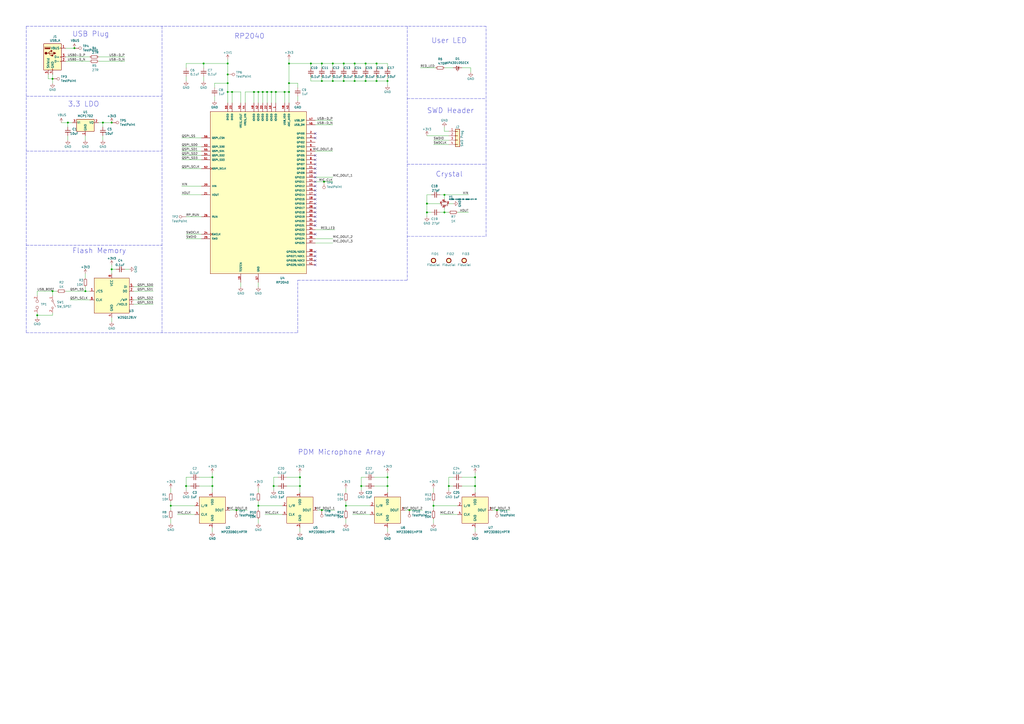
<source format=kicad_sch>
(kicad_sch (version 20211123) (generator eeschema)
  (paper "A2")
  (title_block (title "Multi Speaker Wearable Array") (date "2021-11-20") (rev "V 0.1") (comment 3 "Fork of: Mico, Electronuts Labs") (comment 4 "Design: Cayden Pierce"))
  (lib_symbols
    (symbol "Connector:TestPoint" (pin_numbers hide) (pin_names (offset 0.762) hide)
      (property "Reference" "TP" (at 0 6.858 0))
      (property "Value" "TestPoint" (at 0 5.08 0))
      (symbol "TestPoint_1_1"
        (pin passive line (at 0 0 90) (length 2.54) (name "1") (number "1"))
      )
    )
    (symbol "Connector:TestPoint_2Pole" (pin_names (offset 0.762) hide)
      (property "Reference" "TP" (at 0 1.524 0))
      (property "Value" "TestPoint_2Pole" (at 0 -1.778 0))
      (symbol "TestPoint_2Pole_0_1"
        (pin passive line (at -5.08 0 0) (length 2.54) (name "1") (number "1"))
        (pin passive line (at 5.08 0 180) (length 2.54) (name "2") (number "2"))
      )
    )
    (symbol "Connector_Generic:Conn_01x04" (pin_names (offset 1.016) hide)
      (property "Reference" "J" (at 0 5.08 0))
      (property "Value" "Conn_01x04" (at 0 -7.62 0))
      (symbol "Conn_01x04_1_1"
        (pin passive line (at -5.08 2.54 0) (length 3.81) (name "Pin_1") (number "1"))
        (pin passive line (at -5.08 0 0) (length 3.81) (name "Pin_2") (number "2"))
        (pin passive line (at -5.08 -2.54 0) (length 3.81) (name "Pin_3") (number "3"))
        (pin passive line (at -5.08 -5.08 0) (length 3.81) (name "Pin_4") (number "4"))
      )
    )
    (symbol "Device:C_Small" (pin_numbers hide) (pin_names (offset 0.254) hide)
      (property "Reference" "C" (at 0.254 1.778 0))
      (property "Value" "C_Small" (at 0.254 -2.032 0))
      (symbol "C_Small_1_1"
        (pin passive line (at 0 2.54 270) (length 2.032) (name "~") (number "1"))
        (pin passive line (at 0 -2.54 90) (length 2.032) (name "~") (number "2"))
      )
    )
    (symbol "Device:Crystal_GND24_Small" (pin_names (offset 1.016) hide)
      (property "Reference" "Y" (at 1.27 4.445 0))
      (property "Value" "Crystal_GND24_Small" (at 1.27 2.54 0))
      (symbol "Crystal_GND24_Small_1_1"
        (pin passive line (at -2.54 0 0) (length 1.27) (name "1") (number "1"))
        (pin passive line (at 0 -2.54 90) (length 0.635) (name "2") (number "2"))
        (pin passive line (at 2.54 0 180) (length 1.27) (name "3") (number "3"))
        (pin passive line (at 0 2.54 270) (length 0.635) (name "4") (number "4"))
      )
    )
    (symbol "Device:LED_Small" (pin_numbers hide) (pin_names (offset 0.254) hide)
      (property "Reference" "D" (at -1.27 3.175 0))
      (property "Value" "LED_Small" (at -4.445 -2.54 0))
      (symbol "LED_Small_1_1"
        (pin passive line (at -2.54 0 0) (length 1.778) (name "K") (number "1"))
        (pin passive line (at 2.54 0 180) (length 1.778) (name "A") (number "2"))
      )
    )
    (symbol "Device:R_Small" (pin_numbers hide) (pin_names (offset 0.254) hide)
      (property "Reference" "R" (at 0.762 0.508 0))
      (property "Value" "R_Small" (at 0.762 -1.016 0))
      (symbol "R_Small_1_1"
        (pin passive line (at 0 2.54 270) (length 0.762) (name "~") (number "1"))
        (pin passive line (at 0 -2.54 90) (length 0.762) (name "~") (number "2"))
      )
    )
    (symbol "Mechanical:Fiducial"
      (property "Reference" "FID" (at 0 5.08 0))
      (property "Value" "Fiducial" (at 0 3.175 0))
    )
    (symbol "Regulator_Linear:MCP1700-3302E_SOT23" (pin_names (offset 0.254))
      (property "Reference" "U" (at -3.81 3.175 0))
      (property "Value" "MCP1700-3302E_SOT23" (at 0 3.175 0))
      (symbol "MCP1700-3302E_SOT23_1_1"
        (pin power_in line (at 0 -7.62 90) (length 2.54) (name "GND") (number "1"))
        (pin power_out line (at 7.62 0 180) (length 2.54) (name "VO") (number "2"))
        (pin power_in line (at -7.62 0 0) (length 2.54) (name "VI") (number "3"))
      )
    )
    (symbol "Switch:SW_SPST" (pin_names (offset 0) hide)
      (property "Reference" "SW" (at 0 3.175 0))
      (property "Value" "SW_SPST" (at 0 -2.54 0))
      (symbol "SW_SPST_1_1"
        (pin passive line (at -5.08 0 0) (length 2.54) (name "A") (number "1"))
        (pin passive line (at 5.08 0 180) (length 2.54) (name "B") (number "2"))
      )
    )
    (symbol "mico-rescue:USB_A-Connector" (pin_names (offset 1.016))
      (property "Reference" "J" (at -5.08 11.43 0))
      (property "Value" "USB_A-Connector" (at -5.08 8.89 0))
      (symbol "USB_A-Connector_1_1"
        (pin power_in line (at 7.62 5.08 180) (length 2.54) (name "VBUS") (number "1"))
        (pin bidirectional line (at 7.62 -2.54 180) (length 2.54) (name "D-") (number "2"))
        (pin bidirectional line (at 7.62 0 180) (length 2.54) (name "D+") (number "3"))
        (pin power_in line (at 0 -10.16 90) (length 2.54) (name "GND") (number "4"))
        (pin passive line (at -2.54 -10.16 90) (length 2.54) (name "Shield") (number "5"))
      )
    )
    (symbol "mico:MP23DB01HPTR" (pin_names (offset 1.016))
      (property "Reference" "U" (at -2.54 17.78 0))
      (property "Value" "MP23DB01HPTR" (at -2.54 15.24 0))
      (symbol "MP23DB01HPTR_1_1"
        (pin output line (at 10.16 0 180) (length 2.54) (name "DOUT") (number "1"))
        (pin input line (at -10.16 2.54 0) (length 2.54) (name "L/R") (number "2"))
        (pin power_in line (at 0 -10.16 90) (length 2.54) (name "GND") (number "3"))
        (pin input line (at -10.16 -2.54 0) (length 2.54) (name "CLK") (number "4"))
        (pin power_in line (at 0 10.16 270) (length 2.54) (name "VDD") (number "5"))
      )
    )
    (symbol "mico:RP2040" (pin_names (offset 1.016))
      (property "Reference" "U" (at 17.78 -50.8 0))
      (property "Value" "RP2040" (at 15.24 -53.34 0))
      (symbol "RP2040_0_0"
        (pin power_in line (at 10.16 53.34 270) (length 5.08) (name "IOVDD") (number "1"))
        (pin power_in line (at 7.62 53.34 270) (length 5.08) (name "IOVDD") (number "10"))
        (pin bidirectional line (at 33.02 15.24 180) (length 5.08) (name "GPIO8") (number "11"))
        (pin bidirectional line (at 33.02 12.7 180) (length 5.08) (name "GPIO9") (number "12"))
        (pin bidirectional line (at 33.02 10.16 180) (length 5.08) (name "GPIO10") (number "13"))
        (pin bidirectional line (at 33.02 7.62 180) (length 5.08) (name "GPIO11") (number "14"))
        (pin bidirectional line (at 33.02 5.08 180) (length 5.08) (name "GPIO12") (number "15"))
        (pin bidirectional line (at 33.02 2.54 180) (length 5.08) (name "GPIO13") (number "16"))
        (pin bidirectional line (at 33.02 0 180) (length 5.08) (name "GPIO14") (number "17"))
        (pin bidirectional line (at 33.02 -2.54 180) (length 5.08) (name "GPIO15") (number "18"))
        (pin passive line (at -10.16 -50.8 90) (length 5.08) (name "TESTEN") (number "19"))
        (pin bidirectional line (at 33.02 35.56 180) (length 5.08) (name "GPIO0") (number "2"))
        (pin input line (at -33.02 5.08 0) (length 5.08) (name "XIN") (number "20"))
        (pin output line (at -33.02 0 0) (length 5.08) (name "XOUT") (number "21"))
        (pin power_in line (at 5.08 53.34 270) (length 5.08) (name "IOVDD") (number "22"))
        (pin power_in line (at -15.24 53.34 270) (length 5.08) (name "DVDD") (number "23"))
        (pin input clock (at -33.02 -22.86 0) (length 5.08) (name "SWCLK") (number "24"))
        (pin bidirectional line (at -33.02 -25.4 0) (length 5.08) (name "SWD") (number "25"))
        (pin input line (at -33.02 -12.7 0) (length 5.08) (name "RUN") (number "26"))
        (pin bidirectional line (at 33.02 -5.08 180) (length 5.08) (name "GPIO16") (number "27"))
        (pin bidirectional line (at 33.02 -7.62 180) (length 5.08) (name "GPIO17") (number "28"))
        (pin bidirectional line (at 33.02 -10.16 180) (length 5.08) (name "GPIO18") (number "29"))
        (pin bidirectional line (at 33.02 33.02 180) (length 5.08) (name "GPIO1") (number "3"))
        (pin bidirectional line (at 33.02 -12.7 180) (length 5.08) (name "GPIO19") (number "30"))
        (pin bidirectional line (at 33.02 -15.24 180) (length 5.08) (name "GPIO20") (number "31"))
        (pin bidirectional line (at 33.02 -17.78 180) (length 5.08) (name "GPIO21") (number "32"))
        (pin power_in line (at 2.54 53.34 270) (length 5.08) (name "IOVDD") (number "33"))
        (pin bidirectional line (at 33.02 -20.32 180) (length 5.08) (name "GPIO22") (number "34"))
        (pin bidirectional line (at 33.02 -22.86 180) (length 5.08) (name "GPIO23") (number "35"))
        (pin bidirectional line (at 33.02 -25.4 180) (length 5.08) (name "GPIO24") (number "36"))
        (pin bidirectional line (at 33.02 -27.94 180) (length 5.08) (name "GPIO25") (number "37"))
        (pin bidirectional line (at 33.02 -33.02 180) (length 5.08) (name "GPIO26/ADC0") (number "38"))
        (pin bidirectional line (at 33.02 -35.56 180) (length 5.08) (name "GPIO27/ADC1") (number "39"))
        (pin bidirectional line (at 33.02 30.48 180) (length 5.08) (name "GPIO2") (number "4"))
        (pin bidirectional line (at 33.02 -38.1 180) (length 5.08) (name "GPIO28/ADC2") (number "40"))
        (pin bidirectional line (at 33.02 -40.64 180) (length 5.08) (name "GPIO29/ADC3") (number "41"))
        (pin power_in line (at 0 53.34 270) (length 5.08) (name "IOVDD") (number "42"))
        (pin power_in line (at 17.78 53.34 270) (length 5.08) (name "ADC_AVDD") (number "43"))
        (pin input line (at -7.62 53.34 270) (length 5.08) (name "VREG_VIN") (number "44"))
        (pin output line (at -10.16 53.34 270) (length 5.08) (name "VREG_VOUT") (number "45"))
        (pin bidirectional line (at 33.02 40.64 180) (length 5.08) (name "USB_DM") (number "46"))
        (pin bidirectional line (at 33.02 43.18 180) (length 5.08) (name "USB_DP") (number "47"))
        (pin power_in line (at 15.24 53.34 270) (length 5.08) (name "USB_VDD") (number "48"))
        (pin power_in line (at -2.54 53.34 270) (length 5.08) (name "IOVDD") (number "49"))
        (pin bidirectional line (at 33.02 27.94 180) (length 5.08) (name "GPIO3") (number "5"))
        (pin power_in line (at -17.78 53.34 270) (length 5.08) (name "DVDD") (number "50"))
        (pin bidirectional line (at -33.02 20.32 0) (length 5.08) (name "QSPI_SD3") (number "51"))
        (pin bidirectional clock (at -33.02 15.24 0) (length 5.08) (name "QSPI_SCLK") (number "52"))
        (pin bidirectional line (at -33.02 27.94 0) (length 5.08) (name "QSPI_SD0") (number "53"))
        (pin bidirectional line (at -33.02 22.86 0) (length 5.08) (name "QSPI_SD2") (number "54"))
        (pin bidirectional line (at -33.02 25.4 0) (length 5.08) (name "QSPI_SD1") (number "55"))
        (pin bidirectional line (at -33.02 33.02 0) (length 5.08) (name "QSPI_CSN") (number "56"))
        (pin power_in line (at 0 -50.8 90) (length 5.08) (name "GND") (number "57"))
        (pin bidirectional line (at 33.02 25.4 180) (length 5.08) (name "GPIO4") (number "6"))
        (pin bidirectional line (at 33.02 22.86 180) (length 5.08) (name "GPIO5") (number "7"))
        (pin bidirectional line (at 33.02 20.32 180) (length 5.08) (name "GPIO6") (number "8"))
        (pin bidirectional line (at 33.02 17.78 180) (length 5.08) (name "GPIO7") (number "9"))
      )
    )
    (symbol "mico:W25Q128JV" (pin_names (offset 1.016))
      (property "Reference" "U" (at 0 22.86 0))
      (property "Value" "W25Q128JV" (at 0 20.32 0))
      (symbol "W25Q128JV_1_1"
        (pin input line (at -12.7 2.54 0) (length 2.54) (name "/CS") (number "1"))
        (pin bidirectional line (at 12.7 2.54 180) (length 2.54) (name "DO") (number "2"))
        (pin bidirectional line (at 12.7 -2.54 180) (length 2.54) (name "/WP") (number "3"))
        (pin power_in line (at 0 -12.7 90) (length 2.54) (name "GND") (number "4"))
        (pin bidirectional line (at 12.7 5.08 180) (length 2.54) (name "DI") (number "5"))
        (pin input line (at -12.7 -2.54 0) (length 2.54) (name "CLK") (number "6"))
        (pin bidirectional line (at 12.7 -5.08 180) (length 2.54) (name "/HOLD") (number "7"))
        (pin power_in line (at 0 12.7 270) (length 2.54) (name "VCC") (number "8"))
      )
    )
    (symbol "power:+1V1" (power) (pin_names (offset 0))
      (property "Value" "+1V1" (at 0 3.556 0))
      (symbol "+1V1_1_1"
        (pin power_in line (at 0 0 90) (length 0) hide (name "+1V1") (number "1"))
      )
    )
    (symbol "power:+3V3" (power) (pin_names (offset 0))
      (property "Value" "+3V3" (at 0 3.556 0))
      (symbol "+3V3_1_1"
        (pin power_in line (at 0 0 90) (length 0) hide (name "+3V3") (number "1"))
      )
    )
    (symbol "power:GND" (power) (pin_names (offset 0))
      (property "Value" "GND" (at 0 -3.81 0))
      (symbol "GND_1_1"
        (pin power_in line (at 0 0 270) (length 0) hide (name "GND") (number "1"))
      )
    )
    (symbol "power:VBUS" (power) (pin_names (offset 0))
      (property "Value" "VBUS" (at 0 3.81 0))
      (symbol "VBUS_1_1"
        (pin power_in line (at 0 0 90) (length 0) hide (name "VBUS") (number "1"))
      )
    )
  )
  (junction (at 137.16 295.91))
  (junction (at 193.04 36.83))
  (junction (at 149.86 53.34))
  (junction (at 260.35 281.94))
  (junction (at 118.11 36.83))
  (junction (at 134.62 53.34))
  (junction (at 275.59 281.94))
  (junction (at 186.69 46.99))
  (junction (at 167.64 36.83))
  (junction (at 157.48 53.34))
  (junction (at 205.74 46.99))
  (junction (at 251.46 293.37))
  (junction (at 187.96 105.41))
  (junction (at 147.32 53.34))
  (junction (at 99.06 293.37))
  (junction (at 30.48 168.91))
  (junction (at 165.1 53.34))
  (junction (at 107.95 281.94))
  (junction (at 59.69 71.12))
  (junction (at 132.08 36.83))
  (junction (at 132.08 43.18))
  (junction (at 199.39 46.99))
  (junction (at 160.02 53.34))
  (junction (at 132.08 53.34))
  (junction (at 257.81 113.03))
  (junction (at 64.77 71.12))
  (junction (at 288.29 295.91))
  (junction (at 173.99 276.86))
  (junction (at 30.48 45.72))
  (junction (at 167.64 48.26))
  (junction (at 224.79 276.86))
  (junction (at 237.49 295.91))
  (junction (at 218.44 36.83))
  (junction (at 209.55 281.94))
  (junction (at 218.44 46.99))
  (junction (at 212.09 46.99))
  (junction (at 43.18 27.94))
  (junction (at 193.04 46.99))
  (junction (at 39.37 71.12))
  (junction (at 21.59 182.88))
  (junction (at 247.65 118.11))
  (junction (at 167.64 53.34))
  (junction (at 49.53 168.91))
  (junction (at 152.4 53.34))
  (junction (at 186.69 295.91))
  (junction (at 205.74 36.83))
  (junction (at 212.09 36.83))
  (junction (at 275.59 276.86))
  (junction (at 132.08 48.26))
  (junction (at 123.19 281.94))
  (junction (at 149.86 293.37))
  (junction (at 224.79 281.94))
  (junction (at 200.66 293.37))
  (junction (at 158.75 281.94))
  (junction (at 180.34 36.83))
  (junction (at 154.94 53.34))
  (junction (at 186.69 36.83))
  (junction (at 247.65 123.19))
  (junction (at 64.77 156.21))
  (junction (at 173.99 281.94))
  (junction (at 199.39 36.83))
  (junction (at 257.81 123.19))
  (junction (at 123.19 276.86))
  (junction (at 224.79 46.99))
  (no_connect (at 182.88 95.25))
  (no_connect (at 182.88 148.59))
  (no_connect (at 182.88 105.41))
  (no_connect (at 182.88 113.03))
  (no_connect (at 182.88 153.67))
  (no_connect (at 182.88 125.73))
  (no_connect (at 182.88 97.79))
  (no_connect (at 182.88 118.11))
  (no_connect (at 182.88 80.01))
  (no_connect (at 182.88 115.57))
  (no_connect (at 182.88 90.17))
  (no_connect (at 182.88 110.49))
  (no_connect (at 182.88 107.95))
  (no_connect (at 182.88 102.87))
  (no_connect (at 182.88 100.33))
  (no_connect (at 182.88 130.81))
  (no_connect (at 182.88 92.71))
  (no_connect (at 182.88 120.65))
  (no_connect (at 182.88 123.19))
  (no_connect (at 182.88 151.13))
  (no_connect (at 182.88 128.27))
  (no_connect (at 182.88 135.89))
  (no_connect (at 182.88 146.05))
  (no_connect (at 182.88 77.47))
  (polyline (pts (xy 236.22 137.16) (xy 281.94 137.16)))
  (wire (pts (xy 105.41 113.03) (xy 116.84 113.03)))
  (wire (pts (xy 154.94 53.34) (xy 157.48 53.34)))
  (wire (pts (xy 57.15 35.56) (xy 72.39 35.56)))
  (wire (pts (xy 116.84 138.43) (xy 107.95 138.43)))
  (wire (pts (xy 251.46 293.37) (xy 265.43 293.37)))
  (wire (pts (xy 247.65 113.03) (xy 247.65 118.11)))
  (wire (pts (xy 147.32 53.34) (xy 149.86 53.34)))
  (wire (pts (xy 212.09 39.37) (xy 212.09 36.83)))
  (wire (pts (xy 265.43 298.45) (xy 255.27 298.45)))
  (wire (pts (xy 116.84 107.95) (xy 105.41 107.95)))
  (wire (pts (xy 166.37 276.86) (xy 173.99 276.86)))
  (wire (pts (xy 199.39 36.83) (xy 205.74 36.83)))
  (wire (pts (xy 30.48 45.72) (xy 30.48 43.18)))
  (wire (pts (xy 149.86 59.69) (xy 149.86 53.34)))
  (wire (pts (xy 149.86 285.75) (xy 149.86 283.21)))
  (wire (pts (xy 116.84 92.71) (xy 105.41 92.71)))
  (wire (pts (xy 260.35 281.94) (xy 260.35 284.48)))
  (wire (pts (xy 77.47 176.53) (xy 88.9 176.53)))
  (wire (pts (xy 212.09 44.45) (xy 212.09 46.99)))
  (wire (pts (xy 186.69 44.45) (xy 186.69 46.99)))
  (wire (pts (xy 30.48 48.26) (xy 30.48 45.72)))
  (wire (pts (xy 67.31 156.21) (xy 64.77 156.21)))
  (wire (pts (xy 262.89 281.94) (xy 260.35 281.94)))
  (wire (pts (xy 267.97 276.86) (xy 275.59 276.86)))
  (wire (pts (xy 234.95 295.91) (xy 237.49 295.91)))
  (wire (pts (xy 134.62 53.34) (xy 139.7 53.34)))
  (polyline (pts (xy 236.22 15.24) (xy 236.22 162.56)))
  (wire (pts (xy 186.69 39.37) (xy 186.69 36.83)))
  (wire (pts (xy 27.94 45.72) (xy 30.48 45.72)))
  (wire (pts (xy 186.69 36.83) (xy 193.04 36.83)))
  (wire (pts (xy 139.7 53.34) (xy 139.7 59.69)))
  (wire (pts (xy 149.86 293.37) (xy 149.86 290.83)))
  (wire (pts (xy 218.44 44.45) (xy 218.44 46.99)))
  (wire (pts (xy 110.49 281.94) (xy 107.95 281.94)))
  (wire (pts (xy 30.48 168.91) (xy 30.48 171.45)))
  (wire (pts (xy 193.04 46.99) (xy 199.39 46.99)))
  (polyline (pts (xy 172.72 193.04) (xy 172.72 162.56)))
  (wire (pts (xy 224.79 285.75) (xy 224.79 281.94)))
  (wire (pts (xy 152.4 59.69) (xy 152.4 53.34)))
  (wire (pts (xy 193.04 72.39) (xy 182.88 72.39)))
  (wire (pts (xy 163.83 298.45) (xy 153.67 298.45)))
  (wire (pts (xy 260.35 123.19) (xy 257.81 123.19)))
  (wire (pts (xy 107.95 281.94) (xy 107.95 276.86)))
  (wire (pts (xy 160.02 59.69) (xy 160.02 53.34)))
  (wire (pts (xy 116.84 125.73) (xy 107.95 125.73)))
  (wire (pts (xy 116.84 85.09) (xy 105.41 85.09)))
  (wire (pts (xy 30.48 168.91) (xy 21.59 168.91)))
  (wire (pts (xy 149.86 53.34) (xy 152.4 53.34)))
  (wire (pts (xy 247.65 118.11) (xy 247.65 123.19)))
  (wire (pts (xy 132.08 36.83) (xy 132.08 43.18)))
  (wire (pts (xy 123.19 285.75) (xy 123.19 281.94)))
  (wire (pts (xy 64.77 184.15) (xy 64.77 186.69)))
  (wire (pts (xy 115.57 281.94) (xy 123.19 281.94)))
  (wire (pts (xy 257.81 115.57) (xy 257.81 113.03)))
  (wire (pts (xy 205.74 36.83) (xy 212.09 36.83)))
  (wire (pts (xy 251.46 300.99) (xy 251.46 303.53)))
  (wire (pts (xy 64.77 156.21) (xy 64.77 153.67)))
  (wire (pts (xy 212.09 36.83) (xy 218.44 36.83)))
  (wire (pts (xy 105.41 90.17) (xy 116.84 90.17)))
  (polyline (pts (xy 281.94 137.16) (xy 281.94 15.24)))
  (wire (pts (xy 107.95 281.94) (xy 107.95 284.48)))
  (wire (pts (xy 288.29 295.91) (xy 295.91 295.91)))
  (polyline (pts (xy 236.22 57.15) (xy 281.94 57.15)))
  (wire (pts (xy 167.64 53.34) (xy 167.64 48.26)))
  (wire (pts (xy 49.53 168.91) (xy 52.07 168.91)))
  (wire (pts (xy 49.53 168.91) (xy 49.53 166.37)))
  (wire (pts (xy 255.27 118.11) (xy 247.65 118.11)))
  (wire (pts (xy 172.72 58.42) (xy 172.72 55.88)))
  (wire (pts (xy 260.35 276.86) (xy 262.89 276.86)))
  (wire (pts (xy 209.55 276.86) (xy 212.09 276.86)))
  (wire (pts (xy 260.35 83.82) (xy 251.46 83.82)))
  (wire (pts (xy 39.37 78.74) (xy 39.37 81.28)))
  (wire (pts (xy 199.39 46.99) (xy 205.74 46.99)))
  (wire (pts (xy 218.44 39.37) (xy 218.44 36.83)))
  (wire (pts (xy 59.69 73.66) (xy 59.69 71.12)))
  (wire (pts (xy 38.1 168.91) (xy 49.53 168.91)))
  (wire (pts (xy 39.37 71.12) (xy 35.56 71.12)))
  (wire (pts (xy 33.02 168.91) (xy 30.48 168.91)))
  (polyline (pts (xy 15.24 15.24) (xy 281.94 15.24)))
  (wire (pts (xy 116.84 135.89) (xy 107.95 135.89)))
  (wire (pts (xy 118.11 36.83) (xy 107.95 36.83)))
  (wire (pts (xy 133.35 295.91) (xy 137.16 295.91)))
  (wire (pts (xy 158.75 281.94) (xy 158.75 284.48)))
  (wire (pts (xy 137.16 295.91) (xy 143.51 295.91)))
  (wire (pts (xy 49.53 161.29) (xy 49.53 158.75)))
  (wire (pts (xy 257.81 76.2) (xy 257.81 73.66)))
  (wire (pts (xy 107.95 276.86) (xy 110.49 276.86)))
  (wire (pts (xy 224.79 39.37) (xy 224.79 36.83)))
  (wire (pts (xy 214.63 298.45) (xy 204.47 298.45)))
  (wire (pts (xy 180.34 36.83) (xy 167.64 36.83)))
  (wire (pts (xy 134.62 59.69) (xy 134.62 53.34)))
  (polyline (pts (xy 15.24 142.24) (xy 93.98 142.24)))
  (wire (pts (xy 165.1 53.34) (xy 167.64 53.34)))
  (wire (pts (xy 105.41 87.63) (xy 116.84 87.63)))
  (wire (pts (xy 209.55 281.94) (xy 209.55 284.48)))
  (wire (pts (xy 260.35 281.94) (xy 260.35 276.86)))
  (wire (pts (xy 184.15 295.91) (xy 186.69 295.91)))
  (wire (pts (xy 260.35 76.2) (xy 257.81 76.2)))
  (wire (pts (xy 64.77 158.75) (xy 64.77 156.21)))
  (wire (pts (xy 167.64 34.29) (xy 167.64 36.83)))
  (wire (pts (xy 157.48 53.34) (xy 160.02 53.34)))
  (wire (pts (xy 199.39 44.45) (xy 199.39 46.99)))
  (wire (pts (xy 217.17 281.94) (xy 224.79 281.94)))
  (wire (pts (xy 118.11 36.83) (xy 132.08 36.83)))
  (wire (pts (xy 200.66 293.37) (xy 200.66 290.83)))
  (wire (pts (xy 173.99 285.75) (xy 173.99 281.94)))
  (wire (pts (xy 124.46 58.42) (xy 124.46 55.88)))
  (wire (pts (xy 257.81 113.03) (xy 271.78 113.03)))
  (wire (pts (xy 257.81 113.03) (xy 255.27 113.03)))
  (wire (pts (xy 57.15 33.02) (xy 72.39 33.02)))
  (wire (pts (xy 224.79 44.45) (xy 224.79 46.99)))
  (polyline (pts (xy 172.72 162.56) (xy 236.22 162.56)))
  (wire (pts (xy 247.65 123.19) (xy 250.19 123.19)))
  (wire (pts (xy 139.7 163.83) (xy 139.7 166.37)))
  (wire (pts (xy 21.59 182.88) (xy 30.48 182.88)))
  (wire (pts (xy 99.06 285.75) (xy 99.06 283.21)))
  (wire (pts (xy 38.1 33.02) (xy 52.07 33.02)))
  (wire (pts (xy 149.86 163.83) (xy 149.86 166.37)))
  (wire (pts (xy 205.74 39.37) (xy 205.74 36.83)))
  (wire (pts (xy 173.99 281.94) (xy 173.99 276.86)))
  (wire (pts (xy 167.64 53.34) (xy 167.64 59.69)))
  (wire (pts (xy 107.95 39.37) (xy 107.95 36.83)))
  (wire (pts (xy 200.66 295.91) (xy 200.66 293.37)))
  (wire (pts (xy 180.34 46.99) (xy 186.69 46.99)))
  (wire (pts (xy 172.72 48.26) (xy 172.72 50.8)))
  (wire (pts (xy 193.04 39.37) (xy 193.04 36.83)))
  (wire (pts (xy 124.46 48.26) (xy 124.46 50.8)))
  (wire (pts (xy 147.32 59.69) (xy 147.32 53.34)))
  (wire (pts (xy 165.1 59.69) (xy 165.1 53.34)))
  (wire (pts (xy 107.95 44.45) (xy 107.95 46.99)))
  (wire (pts (xy 52.07 35.56) (xy 38.1 35.56)))
  (wire (pts (xy 154.94 59.69) (xy 154.94 53.34)))
  (wire (pts (xy 275.59 281.94) (xy 275.59 276.86)))
  (polyline (pts (xy 93.98 15.24) (xy 93.98 193.04)))
  (wire (pts (xy 99.06 295.91) (xy 99.06 293.37)))
  (polyline (pts (xy 15.24 87.63) (xy 93.98 87.63)))
  (polyline (pts (xy 15.24 193.04) (xy 172.72 193.04)))
  (wire (pts (xy 38.1 27.94) (xy 43.18 27.94)))
  (wire (pts (xy 200.66 285.75) (xy 200.66 283.21)))
  (wire (pts (xy 200.66 293.37) (xy 214.63 293.37)))
  (wire (pts (xy 275.59 276.86) (xy 275.59 274.32)))
  (wire (pts (xy 132.08 36.83) (xy 132.08 34.29)))
  (wire (pts (xy 182.88 105.41) (xy 187.96 105.41)))
  (wire (pts (xy 247.65 123.19) (xy 247.65 125.73)))
  (wire (pts (xy 123.19 281.94) (xy 123.19 276.86)))
  (wire (pts (xy 21.59 168.91) (xy 21.59 171.45)))
  (wire (pts (xy 180.34 36.83) (xy 186.69 36.83)))
  (wire (pts (xy 158.75 276.86) (xy 161.29 276.86)))
  (wire (pts (xy 142.24 53.34) (xy 147.32 53.34)))
  (wire (pts (xy 275.59 306.07) (xy 275.59 308.61)))
  (wire (pts (xy 132.08 59.69) (xy 132.08 53.34)))
  (wire (pts (xy 30.48 181.61) (xy 30.48 182.88)))
  (wire (pts (xy 149.86 300.99) (xy 149.86 303.53)))
  (wire (pts (xy 218.44 46.99) (xy 224.79 46.99)))
  (wire (pts (xy 285.75 295.91) (xy 288.29 295.91)))
  (wire (pts (xy 27.94 43.18) (xy 27.94 45.72)))
  (wire (pts (xy 200.66 300.99) (xy 200.66 303.53)))
  (wire (pts (xy 180.34 44.45) (xy 180.34 46.99)))
  (wire (pts (xy 52.07 173.99) (xy 40.64 173.99)))
  (wire (pts (xy 39.37 73.66) (xy 39.37 71.12)))
  (wire (pts (xy 257.81 123.19) (xy 255.27 123.19)))
  (wire (pts (xy 57.15 71.12) (xy 59.69 71.12)))
  (wire (pts (xy 224.79 276.86) (xy 224.79 274.32)))
  (wire (pts (xy 116.84 97.79) (xy 105.41 97.79)))
  (wire (pts (xy 59.69 78.74) (xy 59.69 81.28)))
  (wire (pts (xy 205.74 44.45) (xy 205.74 46.99)))
  (wire (pts (xy 160.02 53.34) (xy 165.1 53.34)))
  (wire (pts (xy 41.91 71.12) (xy 39.37 71.12)))
  (wire (pts (xy 72.39 156.21) (xy 74.93 156.21)))
  (wire (pts (xy 149.86 293.37) (xy 163.83 293.37)))
  (wire (pts (xy 182.88 138.43) (xy 193.04 138.43)))
  (wire (pts (xy 134.62 53.34) (xy 132.08 53.34)))
  (wire (pts (xy 224.79 281.94) (xy 224.79 276.86)))
  (wire (pts (xy 182.88 140.97) (xy 193.04 140.97)))
  (wire (pts (xy 88.9 173.99) (xy 77.47 173.99)))
  (wire (pts (xy 167.64 36.83) (xy 167.64 48.26)))
  (wire (pts (xy 273.05 39.37) (xy 273.05 41.91)))
  (wire (pts (xy 260.35 78.74) (xy 247.65 78.74)))
  (wire (pts (xy 257.81 120.65) (xy 257.81 123.19)))
  (wire (pts (xy 180.34 39.37) (xy 180.34 36.83)))
  (wire (pts (xy 149.86 295.91) (xy 149.86 293.37)))
  (wire (pts (xy 271.78 123.19) (xy 265.43 123.19)))
  (wire (pts (xy 142.24 59.69) (xy 142.24 53.34)))
  (wire (pts (xy 193.04 44.45) (xy 193.04 46.99)))
  (wire (pts (xy 217.17 276.86) (xy 224.79 276.86)))
  (wire (pts (xy 209.55 281.94) (xy 209.55 276.86)))
  (wire (pts (xy 237.49 295.91) (xy 245.11 295.91)))
  (wire (pts (xy 21.59 181.61) (xy 21.59 182.88)))
  (wire (pts (xy 212.09 281.94) (xy 209.55 281.94)))
  (wire (pts (xy 243.84 39.37) (xy 252.73 39.37)))
  (wire (pts (xy 157.48 59.69) (xy 157.48 53.34)))
  (wire (pts (xy 123.19 306.07) (xy 123.19 308.61)))
  (wire (pts (xy 224.79 306.07) (xy 224.79 308.61)))
  (wire (pts (xy 173.99 276.86) (xy 173.99 274.32)))
  (wire (pts (xy 99.06 293.37) (xy 113.03 293.37)))
  (wire (pts (xy 132.08 43.18) (xy 132.08 48.26)))
  (wire (pts (xy 187.96 105.41) (xy 193.04 105.41)))
  (wire (pts (xy 224.79 46.99) (xy 224.79 49.53)))
  (wire (pts (xy 173.99 306.07) (xy 173.99 308.61)))
  (wire (pts (xy 99.06 293.37) (xy 99.06 290.83)))
  (polyline (pts (xy 15.24 15.24) (xy 15.24 193.04)))
  (wire (pts (xy 260.35 81.28) (xy 251.46 81.28)))
  (wire (pts (xy 99.06 300.99) (xy 99.06 303.53)))
  (wire (pts (xy 123.19 276.86) (xy 123.19 274.32)))
  (wire (pts (xy 275.59 285.75) (xy 275.59 281.94)))
  (wire (pts (xy 182.88 87.63) (xy 193.04 87.63)))
  (wire (pts (xy 186.69 295.91) (xy 194.31 295.91)))
  (wire (pts (xy 182.88 102.87) (xy 193.04 102.87)))
  (wire (pts (xy 118.11 46.99) (xy 118.11 44.45)))
  (wire (pts (xy 115.57 276.86) (xy 123.19 276.86)))
  (wire (pts (xy 212.09 46.99) (xy 218.44 46.99)))
  (wire (pts (xy 251.46 295.91) (xy 251.46 293.37)))
  (wire (pts (xy 218.44 36.83) (xy 224.79 36.83)))
  (wire (pts (xy 158.75 281.94) (xy 158.75 276.86)))
  (wire (pts (xy 113.03 298.45) (xy 102.87 298.45)))
  (wire (pts (xy 132.08 53.34) (xy 132.08 48.26)))
  (wire (pts (xy 193.04 36.83) (xy 199.39 36.83)))
  (wire (pts (xy 161.29 281.94) (xy 158.75 281.94)))
  (wire (pts (xy 199.39 39.37) (xy 199.39 36.83)))
  (wire (pts (xy 182.88 69.85) (xy 193.04 69.85)))
  (wire (pts (xy 59.69 71.12) (xy 64.77 71.12)))
  (wire (pts (xy 49.53 78.74) (xy 49.53 81.28)))
  (wire (pts (xy 88.9 168.91) (xy 77.47 168.91)))
  (wire (pts (xy 267.97 281.94) (xy 275.59 281.94)))
  (wire (pts (xy 194.31 133.35) (xy 182.88 133.35)))
  (wire (pts (xy 262.89 39.37) (xy 257.81 39.37)))
  (wire (pts (xy 186.69 46.99) (xy 193.04 46.99)))
  (polyline (pts (xy 15.24 55.88) (xy 93.98 55.88)))
  (wire (pts (xy 132.08 48.26) (xy 124.46 48.26)))
  (wire (pts (xy 166.37 281.94) (xy 173.99 281.94)))
  (wire (pts (xy 152.4 53.34) (xy 154.94 53.34)))
  (wire (pts (xy 267.97 39.37) (xy 273.05 39.37)))
  (wire (pts (xy 167.64 48.26) (xy 172.72 48.26)))
  (wire (pts (xy 251.46 285.75) (xy 251.46 283.21)))
  (wire (pts (xy 21.59 182.88) (xy 21.59 184.15)))
  (wire (pts (xy 250.19 113.03) (xy 247.65 113.03)))
  (wire (pts (xy 77.47 166.37) (xy 88.9 166.37)))
  (wire (pts (xy 260.35 118.11) (xy 262.89 118.11)))
  (wire (pts (xy 205.74 46.99) (xy 212.09 46.99)))
  (wire (pts (xy 251.46 293.37) (xy 251.46 290.83)))
  (polyline (pts (xy 236.22 95.25) (xy 281.94 95.25)))
  (wire (pts (xy 105.41 80.01) (xy 116.84 80.01)))
  (wire (pts (xy 118.11 39.37) (xy 118.11 36.83)))
  (text "PDM Microphone Array" (at 172.72 264.16 0) (effects (font (size 2.9972 2.9972)) (justify left bottom)))
  (text "Crystal" (at 252.73 102.87 0) (effects (font (size 2.9972 2.9972)) (justify left bottom)))
  (text "SWD Header" (at 247.65 66.04 0) (effects (font (size 2.9972 2.9972)) (justify left bottom)))
  (text "USB Plug" (at 41.91 21.59 0) (effects (font (size 2.9972 2.9972)) (justify left bottom)))
  (text "User LED" (at 250.19 25.4 0) (effects (font (size 2.9972 2.9972)) (justify left bottom)))
  (text "RP2040" (at 135.89 22.86 0) (effects (font (size 2.9972 2.9972)) (justify left bottom)))
  (text "Flash Memory" (at 41.91 147.32 0) (effects (font (size 2.9972 2.9972)) (justify left bottom)))
  (text "3.3 LDO" (at 39.37 62.23 0) (effects (font (size 2.9972 2.9972)) (justify left bottom)))
  (label "USB0-D_P" (at 49.53 33.02 180))
  (label "XIN" (at 271.78 113.03 180))
  (label "RP_RUN" (at 107.95 125.73 0))
  (label "USB-D_P" (at 193.04 69.85 180))
  (label "MIC_DOUT_1" (at 193.04 102.87 0))
  (label "SWDIO" (at 251.46 81.28 0))
  (label "QSPI_SS" (at 105.41 80.01 0))
  (label "RED_LED" (at 243.84 39.37 0))
  (label "QSPI_SD2" (at 88.9 173.99 180))
  (label "MIC_DOUT_3" (at 193.04 140.97 0))
  (label "USB-D_N" (at 72.39 35.56 180))
  (label "QSPI_SS" (at 40.64 168.91 0))
  (label "USB0-D_N" (at 49.53 35.56 180))
  (label "XOUT" (at 105.41 113.03 0))
  (label "MIC_CLK" (at 204.47 298.45 0))
  (label "SWDIO" (at 107.95 138.43 0))
  (label "USB_BOOT" (at 21.59 168.91 0))
  (label "RED_LED" (at 194.31 133.35 180))
  (label "QSPI_SD3" (at 88.9 176.53 180))
  (label "USB-D_P" (at 72.39 33.02 180))
  (label "MIC_CLK" (at 193.04 105.41 180))
  (label "SWDCLK" (at 251.46 83.82 0))
  (label "MIC_DOUT_0" (at 143.51 295.91 180))
  (label "MIC_DOUT_2" (at 245.11 295.91 180))
  (label "USB-D_N" (at 193.04 72.39 180))
  (label "MIC_DOUT_1" (at 194.31 295.91 180))
  (label "QSPI_SD1" (at 88.9 168.91 180))
  (label "QSPI_SD0" (at 88.9 166.37 180))
  (label "MIC_CLK" (at 255.27 298.45 0))
  (label "MIC_DOUT_0" (at 193.04 87.63 180))
  (label "QSPI_SD3" (at 105.41 92.71 0))
  (label "QSPI_SCLK" (at 40.64 173.99 0))
  (label "QSPI_SD1" (at 105.41 87.63 0))
  (label "QSPI_SD0" (at 105.41 85.09 0))
  (label "XIN" (at 105.41 107.95 0))
  (label "QSPI_SD2" (at 105.41 90.17 0))
  (label "XOUT" (at 271.78 123.19 180))
  (label "MIC_CLK" (at 153.67 298.45 0))
  (label "SWDCLK" (at 107.95 135.89 0))
  (label "MIC_CLK" (at 102.87 298.45 0))
  (label "MIC_DOUT_2" (at 193.04 138.43 0))
  (label "MIC_DOUT_3" (at 295.91 295.91 180))
  (label "QSPI_SCLK" (at 105.41 97.79 0))
  (symbol (lib_id "power:GND") (at 30.48 48.26 0) (unit 1)
    (property "Reference" "#PWR011" (effects hide))
    (property "Value" "GND" (at 30.48 52.07 0))
  )
  (symbol (lib_id "power:+3V3") (at 167.64 34.29 0) (unit 1)
    (property "Reference" "#PWR023" (effects hide))
    (property "Value" "+3V3" (at 167.64 30.48 0))
  )
  (symbol (lib_id "Device:C_Small") (at 180.34 41.91 0) (unit 1)
    (property "Reference" "C10" (at 180.34 39.37 0) (effects (justify left)))
    (property "Value" "0.1uF" (at 180.34 44.45 0) (effects (justify left)))
    (property "Footprint" "Capacitor_SMD:C_0402_1005Metric" (effects hide))
  )
  (symbol (lib_id "Device:R_Small") (at 54.61 33.02 270) (unit 1)
    (property "Reference" "R4" (at 53.34 27.94 90) (effects (justify left)))
    (property "Value" "27R" (at 53.34 30.48 90) (effects (justify left)))
    (property "Footprint" "Resistor_SMD:R_0402_1005Metric" (effects hide))
  )
  (symbol (lib_id "mico:RP2040") (at 149.86 113.03 0) (unit 1)
    (property "Reference" "U4" (at 163.83 161.29 0))
    (property "Value" "RP2040" (at 163.83 163.83 0))
    (property "Footprint" "mico:QFN40P700X700X90-57N" (effects hide))
    (property "MAXIMUM_PACKAGE_HEIGHT" "0.9 mm" (effects hide))
    (property "MANUFACTURER" "Raspberry Pi" (effects hide))
    (property "PARTREV" "1.6.1" (effects hide))
    (property "STANDARD" "IPC 7351B" (effects hide))
  )
  (symbol (lib_id "mico:W25Q128JV") (at 64.77 171.45 0) (unit 1)
    (property "Reference" "U3" (at 76.2 180.34 0))
    (property "Value" "W25Q128JV" (at 73.66 184.15 0))
    (property "Footprint" "mico:PSON50P300X200X60-9N" (effects hide))
  )
  (symbol (lib_id "power:GND") (at 118.11 46.99 0) (unit 1)
    (property "Reference" "#PWR018" (effects hide))
    (property "Value" "GND" (at 118.11 50.8 0))
  )
  (symbol (lib_id "Mechanical:Fiducial") (at 260.35 151.13 0) (unit 1)
    (property "Reference" "FID2" (at 259.08 147.32 0) (effects (justify left)))
    (property "Value" "Fiducial" (at 256.54 153.67 0) (effects (justify left)))
    (property "Footprint" "Fiducial:Fiducial_0.5mm_Mask1mm" (effects hide))
  )
  (symbol (lib_id "Mechanical:Fiducial") (at 269.24 151.13 0) (unit 1)
    (property "Reference" "FID3" (at 267.97 147.32 0) (effects (justify left)))
    (property "Value" "Fiducial" (at 265.43 153.67 0) (effects (justify left)))
    (property "Footprint" "Fiducial:Fiducial_0.5mm_Mask1mm" (effects hide))
  )
  (symbol (lib_id "Device:C_Small") (at 124.46 53.34 0) (unit 1)
    (property "Reference" "C8" (at 126.7968 52.1716 0) (effects (justify left)))
    (property "Value" "1uF" (at 126.7968 54.483 0) (effects (justify left)))
    (property "Footprint" "Capacitor_SMD:C_0402_1005Metric" (effects hide))
  )
  (symbol (lib_id "Device:C_Small") (at 118.11 41.91 0) (unit 1)
    (property "Reference" "C7" (at 120.4468 40.7416 0) (effects (justify left)))
    (property "Value" "0.1uF" (at 120.4468 43.053 0) (effects (justify left)))
    (property "Footprint" "Capacitor_SMD:C_0402_1005Metric" (effects hide))
  )
  (symbol (lib_id "Mechanical:Fiducial") (at 251.46 151.13 0) (unit 1)
    (property "Reference" "FID1" (at 250.19 147.32 0) (effects (justify left)))
    (property "Value" "Fiducial" (at 247.65 153.67 0) (effects (justify left)))
    (property "Footprint" "Fiducial:Fiducial_0.5mm_Mask1mm" (effects hide))
  )
  (symbol (lib_id "power:GND") (at 139.7 166.37 0) (unit 1)
    (property "Reference" "#PWR021" (effects hide))
    (property "Value" "GND" (at 139.7 170.18 0))
  )
  (symbol (lib_id "power:GND") (at 149.86 166.37 0) (unit 1)
    (property "Reference" "#PWR022" (effects hide))
    (property "Value" "GND" (at 149.86 170.18 0))
  )
  (symbol (lib_id "power:GND") (at 124.46 58.42 0) (unit 1)
    (property "Reference" "#PWR019" (effects hide))
    (property "Value" "GND" (at 124.46 62.23 0))
  )
  (symbol (lib_id "Device:C_Small") (at 107.95 41.91 0) (unit 1)
    (property "Reference" "C6" (at 110.2868 40.7416 0) (effects (justify left)))
    (property "Value" "0.1uF" (at 110.2868 43.053 0) (effects (justify left)))
    (property "Footprint" "Capacitor_SMD:C_0402_1005Metric" (effects hide))
  )
  (symbol (lib_id "power:+1V1") (at 132.08 34.29 0) (unit 1)
    (property "Reference" "#PWR020" (effects hide))
    (property "Value" "+1V1" (at 132.08 30.48 0))
  )
  (symbol (lib_id "Device:C_Small") (at 172.72 53.34 0) (unit 1)
    (property "Reference" "C9" (at 175.0568 52.1716 0) (effects (justify left)))
    (property "Value" "1uF" (at 175.0568 54.483 0) (effects (justify left)))
    (property "Footprint" "Capacitor_SMD:C_0402_1005Metric" (effects hide))
  )
  (symbol (lib_id "power:GND") (at 107.95 46.99 0) (unit 1)
    (property "Reference" "#PWR017" (effects hide))
    (property "Value" "GND" (at 107.95 50.8 0))
  )
  (symbol (lib_id "power:GND") (at 172.72 58.42 0) (unit 1)
    (property "Reference" "#PWR024" (effects hide))
    (property "Value" "GND" (at 172.72 62.23 0))
  )
  (symbol (lib_id "power:GND") (at 224.79 49.53 0) (unit 1)
    (property "Reference" "#PWR025" (effects hide))
    (property "Value" "GND" (at 224.79 53.34 0))
  )
  (symbol (lib_id "Device:R_Small") (at 54.61 35.56 270) (unit 1)
    (property "Reference" "R5" (at 53.34 38.1 90) (effects (justify left)))
    (property "Value" "27R" (at 53.34 40.64 90) (effects (justify left)))
    (property "Footprint" "Resistor_SMD:R_0402_1005Metric" (effects hide))
  )
  (symbol (lib_id "Connector:TestPoint_2Pole") (at 21.59 176.53 90) (unit 1)
    (property "Reference" "TP1" (at 25.4 176.53 90))
    (property "Value" "TestPoint_2Pole" (effects hide))
    (property "Footprint" "mico:SMD_1x02_P1.27mm" (effects hide))
  )
  (symbol (lib_id "power:GND") (at 21.59 184.15 0) (unit 1)
    (property "Reference" "#PWR01" (effects hide))
    (property "Value" "GND" (at 21.59 187.96 0))
  )
  (symbol (lib_id "mico-rescue:USB_A-Connector") (at 30.48 33.02 0) (unit 1)
    (property "Reference" "J1" (at 31.9278 21.1582 0))
    (property "Value" "USB_A" (at 31.9278 23.4696 0))
    (property "Footprint" "mico:USB-A" (effects hide))
    (property "Datasheet" " ~" (effects hide))
  )
  (symbol (lib_id "Device:R_Small") (at 35.56 168.91 270) (unit 1)
    (property "Reference" "R2" (at 34.29 163.83 90) (effects (justify left)))
    (property "Value" "1K" (at 34.29 166.37 90) (effects (justify left)))
    (property "Footprint" "Resistor_SMD:R_0402_1005Metric" (effects hide))
  )
  (symbol (lib_id "power:GND") (at 64.77 186.69 0) (unit 1)
    (property "Reference" "#PWR016" (effects hide))
    (property "Value" "GND" (at 64.77 190.5 0))
  )
  (symbol (lib_id "Device:R_Small") (at 49.53 163.83 0) (unit 1)
    (property "Reference" "R3" (at 45.72 162.56 0) (effects (justify left)))
    (property "Value" "10K" (at 44.45 165.1 0) (effects (justify left)))
    (property "Footprint" "Resistor_SMD:R_0402_1005Metric" (effects hide))
  )
  (symbol (lib_id "Device:C_Small") (at 69.85 156.21 90) (unit 1)
    (property "Reference" "C4" (at 71.12 151.13 90) (effects (justify left)))
    (property "Value" "0.1uF" (at 72.39 153.67 90) (effects (justify left)))
    (property "Footprint" "Capacitor_SMD:C_0402_1005Metric" (effects hide))
  )
  (symbol (lib_id "power:GND") (at 74.93 156.21 90) (unit 1)
    (property "Reference" "#PWR010" (effects hide))
    (property "Value" "GND" (at 78.74 156.21 0))
  )
  (symbol (lib_id "power:+3V3") (at 64.77 153.67 0) (unit 1)
    (property "Reference" "#PWR015" (effects hide))
    (property "Value" "+3V3" (at 64.77 149.86 0))
  )
  (symbol (lib_id "power:+3V3") (at 49.53 158.75 0) (unit 1)
    (property "Reference" "#PWR07" (effects hide))
    (property "Value" "+3V3" (at 49.53 154.94 0))
  )
  (symbol (lib_id "power:VBUS") (at 43.18 27.94 0) (unit 1)
    (property "Reference" "#PWR012" (effects hide))
    (property "Value" "VBUS" (at 43.561 23.5458 0))
  )
  (symbol (lib_id "Device:R_Small") (at 262.89 123.19 270) (unit 1)
    (property "Reference" "R7" (at 261.62 125.73 90) (effects (justify left)))
    (property "Value" "1K" (at 261.62 128.27 90) (effects (justify left)))
    (property "Footprint" "Resistor_SMD:R_0402_1005Metric" (effects hide))
  )
  (symbol (lib_id "Device:C_Small") (at 252.73 113.03 90) (unit 1)
    (property "Reference" "C18" (at 254 107.95 90) (effects (justify left)))
    (property "Value" "27pF" (at 255.27 110.49 90) (effects (justify left)))
    (property "Footprint" "Capacitor_SMD:C_0402_1005Metric" (effects hide))
  )
  (symbol (lib_id "Device:C_Small") (at 252.73 123.19 90) (unit 1)
    (property "Reference" "C19" (at 254 127 90) (effects (justify left)))
    (property "Value" "27pF" (at 255.27 129.54 90) (effects (justify left)))
    (property "Footprint" "Capacitor_SMD:C_0402_1005Metric" (effects hide))
  )
  (symbol (lib_id "power:GND") (at 247.65 125.73 0) (unit 1)
    (property "Reference" "#PWR026" (effects hide))
    (property "Value" "GND" (at 247.65 129.54 0))
  )
  (symbol (lib_id "Device:C_Small") (at 224.79 41.91 0) (unit 1)
    (property "Reference" "C17" (at 224.79 39.37 0) (effects (justify left)))
    (property "Value" "10uF" (at 224.79 44.45 0) (effects (justify left)))
    (property "Footprint" "Capacitor_SMD:C_0402_1005Metric" (effects hide))
  )
  (symbol (lib_id "Device:C_Small") (at 186.69 41.91 0) (unit 1)
    (property "Reference" "C11" (at 186.69 39.37 0) (effects (justify left)))
    (property "Value" "0.1uF" (at 186.69 44.45 0) (effects (justify left)))
    (property "Footprint" "Capacitor_SMD:C_0402_1005Metric" (effects hide))
  )
  (symbol (lib_id "Device:C_Small") (at 193.04 41.91 0) (unit 1)
    (property "Reference" "C12" (at 193.04 39.37 0) (effects (justify left)))
    (property "Value" "0.1uF" (at 193.04 44.45 0) (effects (justify left)))
    (property "Footprint" "Capacitor_SMD:C_0402_1005Metric" (effects hide))
  )
  (symbol (lib_id "Device:C_Small") (at 199.39 41.91 0) (unit 1)
    (property "Reference" "C13" (at 199.39 39.37 0) (effects (justify left)))
    (property "Value" "0.1uF" (at 199.39 44.45 0) (effects (justify left)))
    (property "Footprint" "Capacitor_SMD:C_0402_1005Metric" (effects hide))
  )
  (symbol (lib_id "Device:R_Small") (at 255.27 39.37 270) (unit 1)
    (property "Reference" "R6" (at 254 34.29 90) (effects (justify left)))
    (property "Value" "470R" (at 254 36.83 90) (effects (justify left)))
    (property "Footprint" "Resistor_SMD:R_0402_1005Metric" (effects hide))
  )
  (symbol (lib_id "Device:LED_Small") (at 265.43 39.37 180) (unit 1)
    (property "Reference" "D1" (at 265.43 34.1122 0))
    (property "Value" "APA3010SECK" (at 265.43 36.4236 0))
    (property "Footprint" "LED_SMD:LED_0402_1005Metric" (effects hide))
  )
  (symbol (lib_id "power:GND") (at 273.05 41.91 0) (unit 1)
    (property "Reference" "#PWR029" (effects hide))
    (property "Value" "GND" (at 273.05 45.72 0))
  )
  (symbol (lib_id "Device:C_Small") (at 205.74 41.91 0) (unit 1)
    (property "Reference" "C14" (at 205.74 39.37 0) (effects (justify left)))
    (property "Value" "0.1uF" (at 205.74 44.45 0) (effects (justify left)))
    (property "Footprint" "Capacitor_SMD:C_0402_1005Metric" (effects hide))
  )
  (symbol (lib_id "Connector_Generic:Conn_01x04") (at 265.43 78.74 0) (unit 1)
    (property "Reference" "J2" (at 264.16 73.66 0) (effects (justify left)))
    (property "Value" "SWD Prog" (at 267.97 85.09 90) (effects (justify left)))
    (property "Footprint" "mico:SMD_1x04_P1.27mm" (effects hide))
  )
  (symbol (lib_id "Device:C_Small") (at 212.09 41.91 0) (unit 1)
    (property "Reference" "C15" (at 212.09 39.37 0) (effects (justify left)))
    (property "Value" "0.1uF" (at 212.09 44.45 0) (effects (justify left)))
    (property "Footprint" "Capacitor_SMD:C_0402_1005Metric" (effects hide))
  )
  (symbol (lib_id "Device:C_Small") (at 218.44 41.91 0) (unit 1)
    (property "Reference" "C16" (at 218.44 39.37 0) (effects (justify left)))
    (property "Value" "0.1uF" (at 218.44 44.45 0) (effects (justify left)))
    (property "Footprint" "Capacitor_SMD:C_0402_1005Metric" (effects hide))
  )
  (symbol (lib_id "power:GND") (at 257.81 73.66 0) (mirror x) (unit 1)
    (property "Reference" "#PWR028" (effects hide))
    (property "Value" "GND" (at 257.81 69.85 0))
  )
  (symbol (lib_id "power:+3V3") (at 247.65 78.74 0) (mirror y) (unit 1)
    (property "Reference" "#PWR027" (effects hide))
    (property "Value" "+3V3" (at 247.65 74.93 0))
  )
  (symbol (lib_id "Connector:TestPoint") (at 107.95 125.73 90) (unit 1)
    (property "Reference" "TP2" (at 101.6 125.73 90))
    (property "Value" "TestPoint" (at 104.14 128.27 90))
    (property "Footprint" "mico:SMD_1x01_P1.27mm" (effects hide))
  )
  (symbol (lib_id "Regulator_Linear:MCP1700-3302E_SOT23") (at 49.53 71.12 0) (unit 1)
    (property "Reference" "U1" (at 49.53 64.9732 0))
    (property "Value" "MCP1702" (at 49.53 67.2846 0))
    (property "Footprint" "Package_TO_SOT_SMD:SOT-23" (effects hide))
    (property "Datasheet" "http://ww1.microchip.com/downloads/en/DeviceDoc/20001826D.pdf" (effects hide))
  )
  (symbol (lib_id "power:GND") (at 49.53 81.28 0) (unit 1)
    (property "Reference" "#PWR06" (effects hide))
    (property "Value" "GND" (at 49.53 85.09 0))
  )
  (symbol (lib_id "Device:C_Small") (at 59.69 76.2 0) (unit 1)
    (property "Reference" "C5" (at 62.23 74.93 0) (effects (justify left)))
    (property "Value" "10uF" (at 60.96 77.47 0) (effects (justify left)))
    (property "Footprint" "Capacitor_SMD:C_0402_1005Metric" (effects hide))
  )
  (symbol (lib_id "Device:C_Small") (at 39.37 76.2 0) (unit 1)
    (property "Reference" "C1" (at 41.91 74.93 0) (effects (justify left)))
    (property "Value" "10uF" (at 40.64 77.47 0) (effects (justify left)))
    (property "Footprint" "Capacitor_SMD:C_0402_1005Metric" (effects hide))
  )
  (symbol (lib_id "power:GND") (at 39.37 81.28 0) (unit 1)
    (property "Reference" "#PWR04" (effects hide))
    (property "Value" "GND" (at 39.37 85.09 0))
  )
  (symbol (lib_id "power:GND") (at 59.69 81.28 0) (unit 1)
    (property "Reference" "#PWR013" (effects hide))
    (property "Value" "GND" (at 59.69 85.09 0))
  )
  (symbol (lib_id "power:VBUS") (at 35.56 71.12 0) (unit 1)
    (property "Reference" "#PWR03" (effects hide))
    (property "Value" "VBUS" (at 35.941 66.7258 0))
  )
  (symbol (lib_id "power:+3V3") (at 64.77 71.12 0) (unit 1)
    (property "Reference" "#PWR014" (effects hide))
    (property "Value" "+3V3" (at 64.77 67.31 0))
  )
  (symbol (lib_id "Device:Crystal_GND24_Small") (at 257.81 118.11 90) (unit 1)
    (property "Reference" "Y1" (at 260.35 114.3 90) (effects (justify right)))
    (property "Value" "H130B-12.000-20-3050-EXT-TR" (at 260.35 115.57 90) (effects (font (size 0.6096 0.6096)) (justify right)))
    (property "Footprint" "Crystal:Crystal_SMD_5032-4Pin_5.0x3.2mm" (effects hide))
  )
  (symbol (lib_id "Connector:TestPoint") (at 137.16 295.91 180) (unit 1)
    (property "Reference" "TP7" (at 138.6332 296.5704 0) (effects (justify right)))
    (property "Value" "TestPoint" (at 138.6332 298.8818 0) (effects (justify right)))
    (property "Footprint" "mico:SMD_1x01_P1.27mm" (effects hide))
  )
  (symbol (lib_id "Connector:TestPoint") (at 186.69 295.91 180) (unit 1)
    (property "Reference" "TP8" (at 188.1632 296.5704 0) (effects (justify right)))
    (property "Value" "TestPoint" (at 188.1632 298.8818 0) (effects (justify right)))
    (property "Footprint" "mico:SMD_1x01_P1.27mm" (effects hide))
  )
  (symbol (lib_id "power:GND") (at 262.89 118.11 90) (unit 1)
    (property "Reference" "#PWR031" (effects hide))
    (property "Value" "GND" (at 266.7 118.11 0))
  )
  (symbol (lib_id "Connector:TestPoint") (at 237.49 295.91 180) (unit 1)
    (property "Reference" "TP10" (at 238.9632 296.5704 0) (effects (justify right)))
    (property "Value" "TestPoint" (at 238.9632 298.8818 0) (effects (justify right)))
    (property "Footprint" "mico:SMD_1x01_P1.27mm" (effects hide))
  )
  (symbol (lib_id "Connector:TestPoint") (at 288.29 295.91 180) (unit 1)
    (property "Reference" "TP11" (at 289.7632 296.5704 0) (effects (justify right)))
    (property "Value" "TestPoint" (at 289.7632 298.8818 0) (effects (justify right)))
    (property "Footprint" "mico:SMD_1x01_P1.27mm" (effects hide))
  )
  (symbol (lib_id "Connector:TestPoint") (at 30.48 45.72 270) (unit 1)
    (property "Reference" "TP3" (at 35.2552 44.5516 90) (effects (justify left)))
    (property "Value" "TestPoint" (at 35.2552 46.863 90) (effects (justify left)))
    (property "Footprint" "mico:SMD_1x01_P1.27mm" (effects hide))
  )
  (symbol (lib_id "Connector:TestPoint") (at 43.18 27.94 270) (unit 1)
    (property "Reference" "TP4" (at 47.9552 26.7716 90) (effects (justify left)))
    (property "Value" "TestPoint" (at 47.9552 29.083 90) (effects (justify left)))
    (property "Footprint" "mico:SMD_1x01_P1.27mm" (effects hide))
  )
  (symbol (lib_id "Connector:TestPoint") (at 64.77 71.12 270) (unit 1)
    (property "Reference" "TP5" (at 69.5452 69.9516 90) (effects (justify left)))
    (property "Value" "TestPoint" (at 69.5452 72.263 90) (effects (justify left)))
    (property "Footprint" "mico:SMD_1x01_P1.27mm" (effects hide))
  )
  (symbol (lib_id "Connector:TestPoint") (at 132.08 43.18 270) (unit 1)
    (property "Reference" "TP6" (at 136.8552 42.0116 90) (effects (justify left)))
    (property "Value" "TestPoint" (at 136.8552 44.323 90) (effects (justify left)))
    (property "Footprint" "mico:SMD_1x01_P1.27mm" (effects hide))
  )
  (symbol (lib_id "Connector:TestPoint") (at 187.96 105.41 180) (unit 1)
    (property "Reference" "TP9" (at 189.4332 106.0704 0) (effects (justify right)))
    (property "Value" "TestPoint" (at 189.4332 108.3818 0) (effects (justify right)))
    (property "Footprint" "mico:SMD_1x01_P1.27mm" (effects hide))
  )
  (symbol (lib_id "power:GND") (at 123.19 308.61 0) (unit 1)
    (property "Reference" "#PWR030" (effects hide))
    (property "Value" "GND" (at 123.19 312.42 0))
  )
  (symbol (lib_id "power:+3V3") (at 123.19 274.32 0) (unit 1)
    (property "Reference" "#PWR09" (effects hide))
    (property "Value" "+3V3" (at 123.19 270.51 0))
  )
  (symbol (lib_id "power:GND") (at 107.95 284.48 0) (unit 1)
    (property "Reference" "#PWR08" (effects hide))
    (property "Value" "GND" (at 107.95 288.29 0))
  )
  (symbol (lib_id "mico:MP23DB01HPTR") (at 123.19 295.91 0) (unit 1)
    (property "Reference" "U2" (at 130.81 306.07 0) (effects (justify left)))
    (property "Value" "MP23DB01HPTR" (at 128.27 308.61 0) (effects (justify left)))
    (property "Footprint" "mico:MIC_SPH0641LU4H-1" (effects hide))
  )
  (symbol (lib_id "power:GND") (at 99.06 303.53 0) (unit 1)
    (property "Reference" "#PWR05" (effects hide))
    (property "Value" "GND" (at 99.06 307.34 0))
  )
  (symbol (lib_id "Device:R_Small") (at 99.06 298.45 0) (unit 1)
    (property "Reference" "R8" (at 93.98 297.18 0) (effects (justify left)))
    (property "Value" "10K" (at 93.98 299.72 0) (effects (justify left)))
    (property "Footprint" "Resistor_SMD:R_0402_1005Metric" (effects hide))
  )
  (symbol (lib_id "Device:R_Small") (at 99.06 288.29 0) (unit 1)
    (property "Reference" "R1" (at 93.98 287.02 0) (effects (justify left)))
    (property "Value" "10K" (at 93.98 289.56 0) (effects (justify left)))
    (property "Footprint" "Resistor_SMD:R_0402_1005Metric" (effects hide))
  )
  (symbol (lib_id "power:+3V3") (at 99.06 283.21 0) (unit 1)
    (property "Reference" "#PWR02" (effects hide))
    (property "Value" "+3V3" (at 99.06 279.4 0))
  )
  (symbol (lib_id "Device:C_Small") (at 113.03 281.94 90) (unit 1)
    (property "Reference" "C3" (at 114.3 285.75 90) (effects (justify left)))
    (property "Value" "1uF" (at 114.3 288.29 90) (effects (justify left)))
    (property "Footprint" "Capacitor_SMD:C_0402_1005Metric" (effects hide))
  )
  (symbol (lib_id "Device:C_Small") (at 113.03 276.86 90) (unit 1)
    (property "Reference" "C2" (at 114.3 271.78 90) (effects (justify left)))
    (property "Value" "0.1uF" (at 115.57 274.32 90) (effects (justify left)))
    (property "Footprint" "Capacitor_SMD:C_0402_1005Metric" (effects hide))
  )
  (symbol (lib_id "power:GND") (at 173.99 308.61 0) (unit 1)
    (property "Reference" "#PWR036" (effects hide))
    (property "Value" "GND" (at 173.99 312.42 0))
  )
  (symbol (lib_id "power:+3V3") (at 173.99 274.32 0) (unit 1)
    (property "Reference" "#PWR035" (effects hide))
    (property "Value" "+3V3" (at 173.99 270.51 0))
  )
  (symbol (lib_id "power:GND") (at 158.75 284.48 0) (unit 1)
    (property "Reference" "#PWR034" (effects hide))
    (property "Value" "GND" (at 158.75 288.29 0))
  )
  (symbol (lib_id "mico:MP23DB01HPTR") (at 173.99 295.91 0) (unit 1)
    (property "Reference" "U5" (at 181.61 306.07 0) (effects (justify left)))
    (property "Value" "MP23DB01HPTR" (at 179.07 308.61 0) (effects (justify left)))
    (property "Footprint" "mico:MIC_SPH0641LU4H-1" (effects hide))
  )
  (symbol (lib_id "power:GND") (at 149.86 303.53 0) (unit 1)
    (property "Reference" "#PWR033" (effects hide))
    (property "Value" "GND" (at 149.86 307.34 0))
  )
  (symbol (lib_id "Device:R_Small") (at 149.86 298.45 0) (unit 1)
    (property "Reference" "R10" (at 144.78 297.18 0) (effects (justify left)))
    (property "Value" "10K" (at 144.78 299.72 0) (effects (justify left)))
    (property "Footprint" "Resistor_SMD:R_0402_1005Metric" (effects hide))
  )
  (symbol (lib_id "Device:R_Small") (at 149.86 288.29 0) (unit 1)
    (property "Reference" "R9" (at 144.78 287.02 0) (effects (justify left)))
    (property "Value" "10K" (at 144.78 289.56 0) (effects (justify left)))
    (property "Footprint" "Resistor_SMD:R_0402_1005Metric" (effects hide))
  )
  (symbol (lib_id "power:+3V3") (at 149.86 283.21 0) (unit 1)
    (property "Reference" "#PWR032" (effects hide))
    (property "Value" "+3V3" (at 149.86 279.4 0))
  )
  (symbol (lib_id "Device:C_Small") (at 163.83 281.94 90) (unit 1)
    (property "Reference" "C21" (at 165.1 285.75 90) (effects (justify left)))
    (property "Value" "1uF" (at 165.1 288.29 90) (effects (justify left)))
    (property "Footprint" "Capacitor_SMD:C_0402_1005Metric" (effects hide))
  )
  (symbol (lib_id "Device:C_Small") (at 163.83 276.86 90) (unit 1)
    (property "Reference" "C20" (at 165.1 271.78 90) (effects (justify left)))
    (property "Value" "0.1uF" (at 166.37 274.32 90) (effects (justify left)))
    (property "Footprint" "Capacitor_SMD:C_0402_1005Metric" (effects hide))
  )
  (symbol (lib_id "power:GND") (at 224.79 308.61 0) (unit 1)
    (property "Reference" "#PWR041" (effects hide))
    (property "Value" "GND" (at 224.79 312.42 0))
  )
  (symbol (lib_id "power:+3V3") (at 224.79 274.32 0) (unit 1)
    (property "Reference" "#PWR040" (effects hide))
    (property "Value" "+3V3" (at 224.79 270.51 0))
  )
  (symbol (lib_id "power:GND") (at 209.55 284.48 0) (unit 1)
    (property "Reference" "#PWR039" (effects hide))
    (property "Value" "GND" (at 209.55 288.29 0))
  )
  (symbol (lib_id "mico:MP23DB01HPTR") (at 224.79 295.91 0) (unit 1)
    (property "Reference" "U6" (at 232.41 306.07 0) (effects (justify left)))
    (property "Value" "MP23DB01HPTR" (at 229.87 308.61 0) (effects (justify left)))
    (property "Footprint" "mico:MIC_SPH0641LU4H-1" (effects hide))
  )
  (symbol (lib_id "power:GND") (at 200.66 303.53 0) (unit 1)
    (property "Reference" "#PWR038" (effects hide))
    (property "Value" "GND" (at 200.66 307.34 0))
  )
  (symbol (lib_id "Device:R_Small") (at 200.66 298.45 0) (unit 1)
    (property "Reference" "R12" (at 195.58 297.18 0) (effects (justify left)))
    (property "Value" "10K" (at 195.58 299.72 0) (effects (justify left)))
    (property "Footprint" "Resistor_SMD:R_0402_1005Metric" (effects hide))
  )
  (symbol (lib_id "Device:R_Small") (at 200.66 288.29 0) (unit 1)
    (property "Reference" "R11" (at 195.58 287.02 0) (effects (justify left)))
    (property "Value" "10K" (at 195.58 289.56 0) (effects (justify left)))
    (property "Footprint" "Resistor_SMD:R_0402_1005Metric" (effects hide))
  )
  (symbol (lib_id "power:+3V3") (at 200.66 283.21 0) (unit 1)
    (property "Reference" "#PWR037" (effects hide))
    (property "Value" "+3V3" (at 200.66 279.4 0))
  )
  (symbol (lib_id "Device:C_Small") (at 214.63 281.94 90) (unit 1)
    (property "Reference" "C23" (at 215.9 285.75 90) (effects (justify left)))
    (property "Value" "1uF" (at 215.9 288.29 90) (effects (justify left)))
    (property "Footprint" "Capacitor_SMD:C_0402_1005Metric" (effects hide))
  )
  (symbol (lib_id "Device:C_Small") (at 214.63 276.86 90) (unit 1)
    (property "Reference" "C22" (at 215.9 271.78 90) (effects (justify left)))
    (property "Value" "0.1uF" (at 217.17 274.32 90) (effects (justify left)))
    (property "Footprint" "Capacitor_SMD:C_0402_1005Metric" (effects hide))
  )
  (symbol (lib_id "power:GND") (at 275.59 308.61 0) (unit 1)
    (property "Reference" "#PWR046" (effects hide))
    (property "Value" "GND" (at 275.59 312.42 0))
  )
  (symbol (lib_id "power:+3V3") (at 275.59 274.32 0) (unit 1)
    (property "Reference" "#PWR045" (effects hide))
    (property "Value" "+3V3" (at 275.59 270.51 0))
  )
  (symbol (lib_id "power:GND") (at 260.35 284.48 0) (unit 1)
    (property "Reference" "#PWR044" (effects hide))
    (property "Value" "GND" (at 260.35 288.29 0))
  )
  (symbol (lib_id "mico:MP23DB01HPTR") (at 275.59 295.91 0) (unit 1)
    (property "Reference" "U7" (at 283.21 306.07 0) (effects (justify left)))
    (property "Value" "MP23DB01HPTR" (at 280.67 308.61 0) (effects (justify left)))
    (property "Footprint" "mico:MIC_SPH0641LU4H-1" (effects hide))
  )
  (symbol (lib_id "power:GND") (at 251.46 303.53 0) (unit 1)
    (property "Reference" "#PWR043" (effects hide))
    (property "Value" "GND" (at 251.46 307.34 0))
  )
  (symbol (lib_id "Device:R_Small") (at 251.46 298.45 0) (unit 1)
    (property "Reference" "R14" (at 246.38 297.18 0) (effects (justify left)))
    (property "Value" "10K" (at 246.38 299.72 0) (effects (justify left)))
    (property "Footprint" "Resistor_SMD:R_0402_1005Metric" (effects hide))
  )
  (symbol (lib_id "Device:R_Small") (at 251.46 288.29 0) (unit 1)
    (property "Reference" "R13" (at 246.38 287.02 0) (effects (justify left)))
    (property "Value" "10K" (at 246.38 289.56 0) (effects (justify left)))
    (property "Footprint" "Resistor_SMD:R_0402_1005Metric" (effects hide))
  )
  (symbol (lib_id "power:+3V3") (at 251.46 283.21 0) (unit 1)
    (property "Reference" "#PWR042" (effects hide))
    (property "Value" "+3V3" (at 251.46 279.4 0))
  )
  (symbol (lib_id "Device:C_Small") (at 265.43 281.94 90) (unit 1)
    (property "Reference" "C25" (at 266.7 285.75 90) (effects (justify left)))
    (property "Value" "1uF" (at 266.7 288.29 90) (effects (justify left)))
    (property "Footprint" "Capacitor_SMD:C_0402_1005Metric" (effects hide))
  )
  (symbol (lib_id "Device:C_Small") (at 265.43 276.86 90) (unit 1)
    (property "Reference" "C24" (at 266.7 271.78 90) (effects (justify left)))
    (property "Value" "0.1uF" (at 267.97 274.32 90) (effects (justify left)))
    (property "Footprint" "Capacitor_SMD:C_0402_1005Metric" (effects hide))
  )
  (symbol (lib_id "Switch:SW_SPST") (at 30.48 176.53 270) (unit 1)
    (property "Reference" "SW1" (at 33.02 175.2599 90) (effects (justify left)))
    (property "Value" "SW_SPST" (at 33.02 177.7999 90) (effects (justify left)))
    (property "Footprint" "Button_Switch_SMD:SW_SPST_B3U-1100P" (effects hide))
  )
)
</source>
